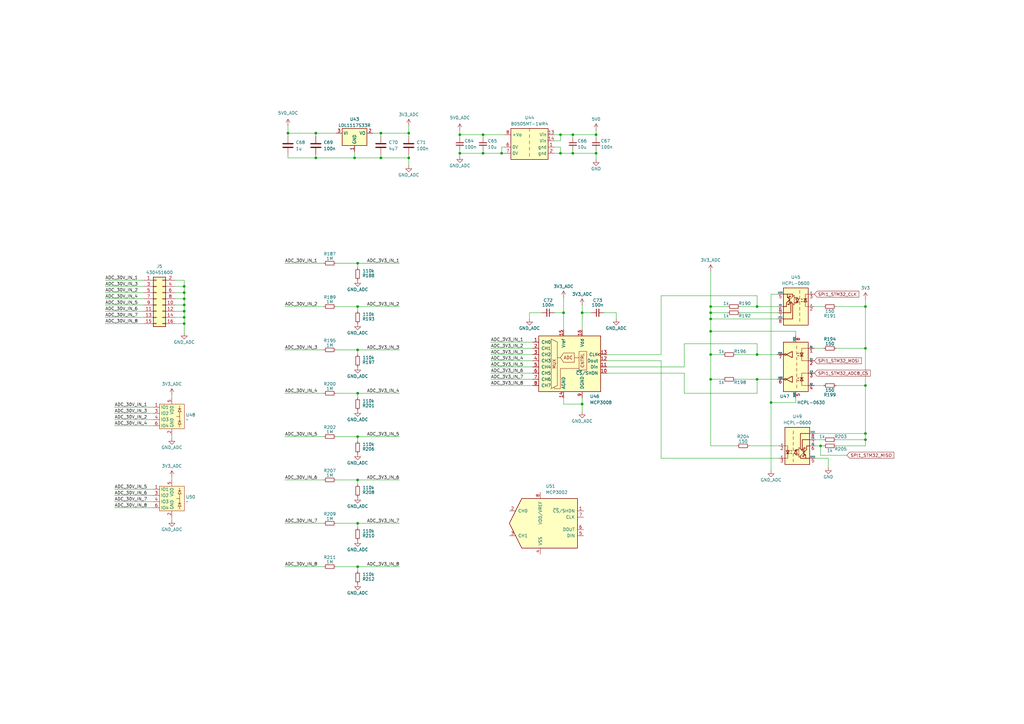
<source format=kicad_sch>
(kicad_sch (version 20231120) (generator "eeschema") (generator_version "8.0")
  (paper "A3")
  (lib_symbols
    (symbol "Analog_ADC:MCP3002" (pin_names (offset 1.016))
      (property "Reference" "U" (at -6.35 11.43 0))
      (property "Value" "MCP3002" (at 11.43 11.43 0))
      (symbol "MCP3002_0_1"
        (polyline (pts (xy 15.24 10.16) (xy -7.62 10.16) (xy -12.7 0) (xy -7.62 -10.16) (xy 15.24 -10.16) (xy 15.24 10.16)) (stroke (width 0.254)) (fill (type background)))
      )
      (symbol "MCP3002_1_1"
        (pin input line (at 17.78 5.08 180) (length 2.54) (name "~{CS}/SHDN") (number "1"))
        (pin passive line (at -12.7 5.08 0) (length 2.54) (name "CH0") (number "2"))
        (pin passive line (at -12.7 -5.08 0) (length 2.54) (name "CH1") (number "3"))
        (pin power_in line (at 0 -12.7 90) (length 2.54) (name "VSS") (number "4"))
        (pin input line (at 17.78 -5.08 180) (length 2.54) (name "DIN") (number "5"))
        (pin output line (at 17.78 -2.54 180) (length 2.54) (name "DOUT") (number "6"))
        (pin input line (at 17.78 2.54 180) (length 2.54) (name "CLK") (number "7"))
        (pin power_in line (at 0 12.7 270) (length 2.54) (name "VDD/VREF") (number "8"))
      )
    )
    (symbol "Analog_ADC:MCP3008" (pin_names (offset 1.016))
      (property "Reference" "U" (at -5.08 13.335 0))
      (property "Value" "MCP3008" (at -5.08 11.43 0))
      (symbol "MCP3008_0_0"
        (text "ADC" (at -0.635 1.27 0) (effects (font (size 1.27 1.27))))
        (text "CNTRL" (at 5.969 -2.921 900) (effects (font (size 1.27 1.27)) (justify left bottom)))
        (text "MUX" (at -6.35 -1.27 900) (effects (font (size 1.27 1.27))))
      )
      (symbol "MCP3008_0_1"
        (polyline (pts (xy -3.81 1.27) (xy -5.08 1.27)))
        (polyline (pts (xy 1.905 1.27) (xy 3.81 1.27)))
        (polyline (pts (xy -7.62 8.89) (xy -7.62 -11.43) (xy -5.08 -10.16) (xy -5.08 7.62) (xy -7.62 8.89)))
        (polyline (pts (xy 3.81 -3.175) (xy -3.81 -3.175) (xy -3.81 -11.43) (xy -6.35 -11.43) (xy -6.35 -10.795)))
        (polyline (pts (xy 1.905 3.175) (xy 1.905 -0.635) (xy -2.54 -0.635) (xy -3.81 1.27) (xy -2.54 3.175) (xy 1.905 3.175)))
        (rectangle (start 3.81 -3.81) (end 6.985 3.81))
        (rectangle (start 12.7 -12.7) (end -12.7 10.16) (stroke (width 0.254)) (fill (type background)))
      )
      (symbol "MCP3008_1_1"
        (pin input line (at -15.24 7.62 0) (length 2.54) (name "CH0") (number "1"))
        (pin input line (at 15.24 -5.08 180) (length 2.54) (name "~{CS}/SHDN") (number "10"))
        (pin input line (at 15.24 -2.54 180) (length 2.54) (name "Din") (number "11"))
        (pin output line (at 15.24 0 180) (length 2.54) (name "Dout") (number "12"))
        (pin input clock (at 15.24 2.54 180) (length 2.54) (name "CLK") (number "13"))
        (pin power_in line (at -2.54 -15.24 90) (length 2.54) (name "AGND") (number "14"))
        (pin power_in line (at -2.54 12.7 270) (length 2.54) (name "Vref") (number "15"))
        (pin power_in line (at 5.08 12.7 270) (length 2.54) (name "Vdd") (number "16"))
        (pin input line (at -15.24 5.08 0) (length 2.54) (name "CH1") (number "2"))
        (pin input line (at -15.24 2.54 0) (length 2.54) (name "CH2") (number "3"))
        (pin input line (at -15.24 0 0) (length 2.54) (name "CH3") (number "4"))
        (pin input line (at -15.24 -2.54 0) (length 2.54) (name "CH4") (number "5"))
        (pin input line (at -15.24 -5.08 0) (length 2.54) (name "CH5") (number "6"))
        (pin input line (at -15.24 -7.62 0) (length 2.54) (name "CH6") (number "7"))
        (pin input line (at -15.24 -10.16 0) (length 2.54) (name "CH7") (number "8"))
        (pin power_in line (at 5.08 -15.24 90) (length 2.54) (name "DGND") (number "9"))
      )
    )
    (symbol "Connector_Generic:Conn_02x08_Odd_Even" (pin_names (offset 1.016) hide)
      (property "Reference" "J" (at 1.27 10.16 0))
      (property "Value" "Conn_02x08_Odd_Even" (at 1.27 -12.7 0))
      (symbol "Conn_02x08_Odd_Even_1_1"
        (rectangle (start -1.27 -10.033) (end 0 -10.287) (stroke (width 0.1524)))
        (rectangle (start -1.27 -7.493) (end 0 -7.747) (stroke (width 0.1524)))
        (rectangle (start -1.27 -4.953) (end 0 -5.207) (stroke (width 0.1524)))
        (rectangle (start -1.27 -2.413) (end 0 -2.667) (stroke (width 0.1524)))
        (rectangle (start -1.27 0.127) (end 0 -0.127) (stroke (width 0.1524)))
        (rectangle (start -1.27 2.667) (end 0 2.413) (stroke (width 0.1524)))
        (rectangle (start -1.27 5.207) (end 0 4.953) (stroke (width 0.1524)))
        (rectangle (start -1.27 7.747) (end 0 7.493) (stroke (width 0.1524)))
        (rectangle (start -1.27 8.89) (end 3.81 -11.43) (stroke (width 0.254)) (fill (type background)))
        (rectangle (start 3.81 -10.033) (end 2.54 -10.287) (stroke (width 0.1524)))
        (rectangle (start 3.81 -7.493) (end 2.54 -7.747) (stroke (width 0.1524)))
        (rectangle (start 3.81 -4.953) (end 2.54 -5.207) (stroke (width 0.1524)))
        (rectangle (start 3.81 -2.413) (end 2.54 -2.667) (stroke (width 0.1524)))
        (rectangle (start 3.81 0.127) (end 2.54 -0.127) (stroke (width 0.1524)))
        (rectangle (start 3.81 2.667) (end 2.54 2.413) (stroke (width 0.1524)))
        (rectangle (start 3.81 5.207) (end 2.54 4.953) (stroke (width 0.1524)))
        (rectangle (start 3.81 7.747) (end 2.54 7.493) (stroke (width 0.1524)))
        (pin passive line (at -5.08 7.62 0) (length 3.81) (name "Pin_1") (number "1"))
        (pin passive line (at 7.62 -2.54 180) (length 3.81) (name "Pin_10") (number "10"))
        (pin passive line (at -5.08 -5.08 0) (length 3.81) (name "Pin_11") (number "11"))
        (pin passive line (at 7.62 -5.08 180) (length 3.81) (name "Pin_12") (number "12"))
        (pin passive line (at -5.08 -7.62 0) (length 3.81) (name "Pin_13") (number "13"))
        (pin passive line (at 7.62 -7.62 180) (length 3.81) (name "Pin_14") (number "14"))
        (pin passive line (at -5.08 -10.16 0) (length 3.81) (name "Pin_15") (number "15"))
        (pin passive line (at 7.62 -10.16 180) (length 3.81) (name "Pin_16") (number "16"))
        (pin passive line (at 7.62 7.62 180) (length 3.81) (name "Pin_2") (number "2"))
        (pin passive line (at -5.08 5.08 0) (length 3.81) (name "Pin_3") (number "3"))
        (pin passive line (at 7.62 5.08 180) (length 3.81) (name "Pin_4") (number "4"))
        (pin passive line (at -5.08 2.54 0) (length 3.81) (name "Pin_5") (number "5"))
        (pin passive line (at 7.62 2.54 180) (length 3.81) (name "Pin_6") (number "6"))
        (pin passive line (at -5.08 0 0) (length 3.81) (name "Pin_7") (number "7"))
        (pin passive line (at 7.62 0 180) (length 3.81) (name "Pin_8") (number "8"))
        (pin passive line (at -5.08 -2.54 0) (length 3.81) (name "Pin_9") (number "9"))
      )
    )
    (symbol "Device:C" (pin_numbers hide) (pin_names (offset 0.254))
      (property "Reference" "C" (at 0.635 2.54 0))
      (property "Value" "C" (at 0.635 -2.54 0))
      (symbol "C_0_1"
        (polyline (pts (xy -2.032 -0.762) (xy 2.032 -0.762)) (stroke (width 0.508)))
        (polyline (pts (xy -2.032 0.762) (xy 2.032 0.762)) (stroke (width 0.508)))
      )
      (symbol "C_1_1"
        (pin passive line (at 0 3.81 270) (length 2.794) (name "~") (number "1"))
        (pin passive line (at 0 -3.81 90) (length 2.794) (name "~") (number "2"))
      )
    )
    (symbol "Device:C_Small" (pin_numbers hide) (pin_names (offset 0.254) hide)
      (property "Reference" "C" (at 0.254 1.778 0))
      (property "Value" "C_Small" (at 0.254 -2.032 0))
      (symbol "C_Small_0_1"
        (polyline (pts (xy -1.524 -0.508) (xy 1.524 -0.508)) (stroke (width 0.3302)))
        (polyline (pts (xy -1.524 0.508) (xy 1.524 0.508)) (stroke (width 0.3048)))
      )
      (symbol "C_Small_1_1"
        (pin passive line (at 0 2.54 270) (length 2.032) (name "~") (number "1"))
        (pin passive line (at 0 -2.54 90) (length 2.032) (name "~") (number "2"))
      )
    )
    (symbol "Device:R_Small" (pin_numbers hide) (pin_names (offset 0.254) hide)
      (property "Reference" "R" (at 0.762 0.508 0))
      (property "Value" "R_Small" (at 0.762 -1.016 0))
      (symbol "R_Small_0_1"
        (rectangle (start -0.762 1.778) (end 0.762 -1.778) (stroke (width 0.2032)))
      )
      (symbol "R_Small_1_1"
        (pin passive line (at 0 2.54 270) (length 0.762) (name "~") (number "1"))
        (pin passive line (at 0 -2.54 90) (length 0.762) (name "~") (number "2"))
      )
    )
    (symbol "GND_1" (power) (pin_numbers hide) (pin_names (offset 0) hide)
      (property "Value" "GND" (at 0 -3.81 0))
      (symbol "GND_1_0_1"
        (polyline (pts (xy 0 0) (xy 0 -1.27) (xy 1.27 -1.27) (xy 0 -2.54) (xy -1.27 -1.27) (xy 0 -1.27)))
      )
      (symbol "GND_1_1_1"
        (pin power_in line (at 0 0 270) (length 0) (name "~") (number "1"))
      )
    )
    (symbol "ISO1050DUB_1"
      (property "Reference" "U4" (at 0 9.525 0))
      (property "Value" "ISO1050DUB" (at 0 6.985 0))
      (symbol "ISO1050DUB_1_0_1"
        (rectangle (start -7.62 5.08) (end 7.62 -7.62) (stroke (width 0.254)) (fill (type background)))
        (polyline (pts (xy 0 -5.08) (xy 0 -6.35)))
        (polyline (pts (xy 0 -2.54) (xy 0 -3.81)))
        (polyline (pts (xy 0 0) (xy 0 -1.27)))
        (polyline (pts (xy 0 2.54) (xy 0 1.27)))
        (polyline (pts (xy 0 5.08) (xy 0 3.81)))
      )
      (symbol "ISO1050DUB_1_1_1"
        (pin input line (at -10.16 -2.54 0) (length 2.54) (name "gnd") (number "1"))
        (pin power_in line (at -10.16 2.54 0) (length 2.54) (name "Vin") (number "13"))
        (pin output line (at -10.16 0 0) (length 2.54) (name "Vin") (number "14"))
        (pin power_in line (at -10.16 -5.08 0) (length 2.54) (name "gnd") (number "2"))
        (pin power_in line (at 10.16 -2.54 180) (length 2.54) (name "0V") (number "6"))
        (pin power_in line (at 10.16 -5.08 180) (length 2.54) (name "0V") (number "7"))
        (pin bidirectional line (at 10.16 2.54 180) (length 2.54) (name "+Vo") (number "8"))
      )
    )
    (symbol "Isolator:HCPL-0600" (pin_names (offset 0))
      (property "Reference" "U" (at -4.064 8.89 0))
      (property "Value" "HCPL-0600" (at 0.254 -9.144 0))
      (symbol "HCPL-0600_0_1"
        (polyline (pts (xy 2.667 -3.556) (xy 2.667 -1.651)) (stroke (width 0.254)))
        (polyline (pts (xy 2.667 -2.159) (xy 2.667 -2.921)) (stroke (width 0.254)))
        (polyline (pts (xy 3.429 -3.937) (xy 3.429 -5.08)) (stroke (width 0.254)))
        (polyline (pts (xy -0.635 -3.302) (xy -0.635 -3.683) (xy 0.635 -3.683)) (stroke (width 0.254)))
        (polyline (pts (xy -0.635 -1.905) (xy -0.635 -1.524) (xy 0.508 -1.524)) (stroke (width 0.254)))
        (polyline (pts (xy 1.27 -4.064) (xy 1.27 -5.08) (xy 5.08 -5.08)) (stroke (width 0.254)))
        (polyline (pts (xy 1.27 -1.27) (xy 1.27 5.08) (xy 5.08 5.08)) (stroke (width 0.254)))
        (polyline (pts (xy 2.032 -1.27) (xy 2.032 2.54) (xy 5.08 2.54)) (stroke (width 0.254)))
        (polyline (pts (xy -5.08 -5.08) (xy -3.937 -5.08) (xy -3.937 0) (xy -5.08 0)))
        (polyline (pts (xy 2.667 -3.302) (xy 2.667 -4.318) (xy 2.159 -4.318) (xy 2.159 -3.937)) (stroke (width 0.254)))
        (polyline (pts (xy 2.667 -2.667) (xy 0.635 -4.699) (xy 0.635 -0.635) (xy 2.667 -2.667)))
        (polyline (pts (xy 2.667 -1.778) (xy 2.667 -0.762) (xy 3.175 -0.762) (xy 3.175 -1.143)) (stroke (width 0.254)))
        (polyline (pts (xy 2.794 -2.54) (xy 3.81 -1.524) (xy 3.81 0) (xy 5.08 0)) (stroke (width 0.254)))
        (polyline (pts (xy 2.667 -3.175) (xy 3.429 -3.937) (xy 3.302 -3.556) (xy 3.048 -3.81) (xy 3.429 -3.937)) (stroke (width 0.254)))
        (circle (center 2.032 -1.524) (radius 0.254) (stroke (width 0.254)))
      )
      (symbol "HCPL-0600_1_1"
        (rectangle (start -5.08 7.62) (end 5.08 -7.62) (stroke (width 0.254)) (fill (type background)))
        (polyline (pts (xy -4.572 -3.175) (xy -3.302 -3.175)) (stroke (width 0.254)))
        (polyline (pts (xy -1.651 -5.334) (xy -1.651 -6.604)))
        (polyline (pts (xy -1.651 -3.048) (xy -1.651 -4.318)))
        (polyline (pts (xy -1.651 -0.762) (xy -1.651 -2.032)))
        (polyline (pts (xy -1.651 1.524) (xy -1.651 0.254)))
        (polyline (pts (xy -1.651 3.81) (xy -1.651 2.54)))
        (polyline (pts (xy -1.651 6.096) (xy -1.651 4.826)))
        (polyline (pts (xy -1.27 -1.905) (xy 0 -1.905)) (stroke (width 0.254)))
        (polyline (pts (xy -3.937 -3.175) (xy -4.572 -1.905) (xy -3.302 -1.905) (xy -3.937 -3.175)) (stroke (width 0.254)))
        (polyline (pts (xy -0.635 -1.905) (xy -1.27 -3.175) (xy 0 -3.175) (xy -0.635 -1.905)) (stroke (width 0.254)))
        (polyline (pts (xy -2.921 -3.048) (xy -2.159 -3.048) (xy -2.54 -3.175) (xy -2.54 -2.921) (xy -2.159 -3.048)) (stroke (width 0.127)))
        (polyline (pts (xy -2.921 -2.032) (xy -2.159 -2.032) (xy -2.54 -2.159) (xy -2.54 -1.905) (xy -2.159 -2.032)) (stroke (width 0.127)))
        (pin no_connect line (at -5.08 5.08 0) (length 2.54) hide (name "NC") (number "1"))
        (pin passive line (at -7.62 0 0) (length 2.54) (name "A") (number "2"))
        (pin passive line (at -7.62 -5.08 0) (length 2.54) (name "C") (number "3"))
        (pin power_in line (at 7.62 -5.08 180) (length 2.54) (name "GND") (number "5"))
        (pin open_collector line (at 7.62 0 180) (length 2.54) (name "VO") (number "6"))
        (pin input line (at 7.62 2.54 180) (length 2.54) (name "EN") (number "7"))
        (pin power_in line (at 7.62 5.08 180) (length 2.54) (name "VCC") (number "8"))
      )
    )
    (symbol "Isolator:HCPL-0630" (pin_names (offset 0))
      (property "Reference" "U" (at -4.064 11.43 0))
      (property "Value" "HCPL-0630" (at 7.874 11.43 0))
      (symbol "HCPL-0630_0_1"
        (rectangle (start -5.08 10.16) (end 5.08 -10.16) (stroke (width 0.254)) (fill (type background)))
      )
      (symbol "HCPL-0630_1_1"
        (polyline (pts (xy -3.048 -4.445) (xy -1.778 -4.445)) (stroke (width 0.254)))
        (polyline (pts (xy -3.048 4.445) (xy -1.778 4.445)) (stroke (width 0.254)))
        (polyline (pts (xy -0.381 -7.366) (xy -0.381 -8.636)))
        (polyline (pts (xy -0.381 -5.08) (xy -0.381 -6.35)))
        (polyline (pts (xy -0.381 -2.794) (xy -0.381 -4.064)))
        (polyline (pts (xy -0.381 -0.508) (xy -0.381 -1.778)))
        (polyline (pts (xy -0.381 1.778) (xy -0.381 0.508)))
        (polyline (pts (xy -0.381 4.064) (xy -0.381 2.794)))
        (polyline (pts (xy -0.381 6.35) (xy -0.381 5.08)))
        (polyline (pts (xy -0.381 8.636) (xy -0.381 7.366)))
        (polyline (pts (xy 4.699 -5.08) (xy 5.207 -5.08)) (stroke (width 0.254)))
        (polyline (pts (xy 4.699 5.08) (xy 5.334 5.08)) (stroke (width 0.254)))
        (polyline (pts (xy -4.953 -7.62) (xy -2.413 -7.62) (xy -2.413 -5.715)))
        (polyline (pts (xy -4.953 7.62) (xy -2.413 7.62) (xy -2.413 4.318)))
        (polyline (pts (xy -2.413 -5.842) (xy -2.413 -2.54) (xy -4.953 -2.54)))
        (polyline (pts (xy -2.413 4.445) (xy -2.413 2.54) (xy -4.953 2.54)))
        (polyline (pts (xy -2.413 -4.445) (xy -3.048 -5.715) (xy -1.778 -5.715) (xy -2.413 -4.445)) (stroke (width 0.254)))
        (polyline (pts (xy -2.413 4.445) (xy -3.048 5.715) (xy -1.778 5.715) (xy -2.413 4.445)) (stroke (width 0.254)))
        (polyline (pts (xy 3.937 -5.08) (xy 1.397 -3.81) (xy 1.397 -6.35) (xy 3.937 -5.08)) (stroke (width 0.254)))
        (polyline (pts (xy 3.937 5.08) (xy 1.397 6.35) (xy 1.397 3.81) (xy 3.937 5.08)) (stroke (width 0.254)))
        (polyline (pts (xy -1.397 -5.588) (xy -0.635 -5.588) (xy -1.016 -5.715) (xy -1.016 -5.461) (xy -0.635 -5.588)) (stroke (width 0.127)))
        (polyline (pts (xy -1.397 -4.572) (xy -0.635 -4.572) (xy -1.016 -4.699) (xy -1.016 -4.445) (xy -0.635 -4.572)) (stroke (width 0.127)))
        (polyline (pts (xy -1.397 4.572) (xy -0.635 4.572) (xy -1.016 4.445) (xy -1.016 4.699) (xy -0.635 4.572)) (stroke (width 0.127)))
        (polyline (pts (xy -1.397 5.588) (xy -0.635 5.588) (xy -1.016 5.461) (xy -1.016 5.715) (xy -0.635 5.588)) (stroke (width 0.127)))
        (circle (center 4.318 -5.08) (radius 0.3556) (stroke (width 0.254)))
        (circle (center 4.318 5.08) (radius 0.3556) (stroke (width 0.254)))
        (pin passive line (at -7.62 7.62 0) (length 2.54) (name "A1") (number "1"))
        (pin passive line (at -7.62 2.54 0) (length 2.54) (name "C1") (number "2"))
        (pin passive line (at -7.62 -2.54 0) (length 2.54) (name "C2") (number "3"))
        (pin passive line (at -7.62 -7.62 0) (length 2.54) (name "A2") (number "4"))
        (pin power_in line (at 0 -12.7 90) (length 2.54) (name "GND") (number "5"))
        (pin open_collector line (at 7.62 -5.08 180) (length 2.54) (name "VO2") (number "6"))
        (pin open_collector line (at 7.62 5.08 180) (length 2.54) (name "VO1") (number "7"))
        (pin power_in line (at 0 12.7 270) (length 2.54) (name "VCC") (number "8"))
      )
    )
    (symbol "Regulator_Linear:LD1117S33TR_SOT223"
      (property "Reference" "U" (at -3.81 3.175 0))
      (property "Value" "LD1117S33TR_SOT223" (at 0 3.175 0))
      (symbol "LD1117S33TR_SOT223_0_1"
        (rectangle (start -5.08 -5.08) (end 5.08 1.905) (stroke (width 0.254)) (fill (type background)))
      )
      (symbol "LD1117S33TR_SOT223_1_1"
        (pin power_in line (at 0 -7.62 90) (length 2.54) (name "GND") (number "1"))
        (pin power_out line (at 7.62 0 180) (length 2.54) (name "VO") (number "2"))
        (pin power_in line (at -7.62 0 0) (length 2.54) (name "VI") (number "3"))
      )
    )
    (symbol "power:+5V" (power) (pin_numbers hide) (pin_names (offset 0) hide)
      (property "Value" "+5V" (at 0 3.556 0))
      (symbol "+5V_0_1"
        (polyline (pts (xy -0.762 1.27) (xy 0 2.54)))
        (polyline (pts (xy 0 0) (xy 0 2.54)))
        (polyline (pts (xy 0 2.54) (xy 0.762 1.27)))
      )
      (symbol "+5V_1_1"
        (pin power_in line (at 0 0 90) (length 0) (name "~") (number "1"))
      )
    )
    (symbol "power:GND" (power) (pin_names (offset 0))
      (property "Value" "GND" (at 0 -3.81 0))
      (symbol "GND_0_1"
        (polyline (pts (xy 0 0) (xy 0 -1.27) (xy 1.27 -1.27) (xy 0 -2.54) (xy -1.27 -1.27) (xy 0 -1.27)))
      )
      (symbol "GND_1_1"
        (pin power_in line (at 0 0 270) (length 0) hide (name "GND") (number "1"))
      )
    )
    (symbol "user_lib:IP4220"
      (property "Reference" "U" (at 4.572 -7.366 0))
      (symbol "IP4220_1_1"
        (rectangle (start -5.08 5.08) (end 5.08 -5.08) (fill (type background)))
        (polyline (pts (xy 2.54 -3.175) (xy 3.175 -1.905)))
        (polyline (pts (xy 2.54 -1.905) (xy 3.81 -1.905)))
        (polyline (pts (xy 2.54 1.905) (xy 3.175 3.175)))
        (polyline (pts (xy 2.54 3.175) (xy 3.81 3.175)))
        (polyline (pts (xy 3.175 -3.175) (xy 3.175 -4.445)))
        (polyline (pts (xy 3.175 -1.905) (xy 3.81 -3.175)))
        (polyline (pts (xy 3.175 0) (xy 1.905 0)))
        (polyline (pts (xy 3.175 0) (xy 3.175 -1.905)))
        (polyline (pts (xy 3.175 1.905) (xy 3.175 0)))
        (polyline (pts (xy 3.175 3.175) (xy 3.81 1.905)))
        (polyline (pts (xy 3.175 4.445) (xy 3.175 3.175)))
        (polyline (pts (xy 3.81 -3.175) (xy 2.54 -3.175)))
        (polyline (pts (xy 3.81 1.905) (xy 2.54 1.905)))
        (pin input line (at -7.62 3.81 0) (length 2.54) (name "IO1") (number "1"))
        (pin input line (at 0 -7.62 90) (length 2.54) (name "GND") (number "2"))
        (pin input line (at -7.62 1.27 0) (length 2.54) (name "IO2") (number "3"))
        (pin input line (at -7.62 -1.27 0) (length 2.54) (name "IO3") (number "4"))
        (pin input line (at 0 7.62 270) (length 2.54) (name "VDD") (number "5"))
        (pin input line (at -7.62 -3.81 0) (length 2.54) (name "IO4") (number "6"))
      )
    )
  )
  (junction (at 146.685 179.07))
  (junction (at 75.565 125.095))
  (junction (at 316.23 165.1))
  (junction (at 354.965 177.8))
  (junction (at 354.965 180.34))
  (junction (at 354.965 125.73))
  (junction (at 354.965 142.875))
  (junction (at 146.685 107.95))
  (junction (at 291.465 128.27))
  (junction (at 198.12 55.245))
  (junction (at 146.685 161.29))
  (junction (at 146.685 125.73))
  (junction (at 75.565 120.015))
  (junction (at 75.565 127.635))
  (junction (at 229.87 62.865))
  (junction (at 75.565 122.555))
  (junction (at 75.565 117.475))
  (junction (at 198.12 62.865))
  (junction (at 238.76 128.27))
  (junction (at 234.95 55.245))
  (junction (at 188.595 62.865))
  (junction (at 145.415 64.77))
  (junction (at 156.21 64.77))
  (junction (at 146.685 214.63))
  (junction (at 291.465 125.73))
  (junction (at 310.515 145.415))
  (junction (at 234.95 62.865))
  (junction (at 129.54 54.61))
  (junction (at 146.685 232.41))
  (junction (at 156.21 54.61))
  (junction (at 354.965 158.115))
  (junction (at 231.14 128.27))
  (junction (at 336.55 182.88))
  (junction (at 205.74 62.865))
  (junction (at 188.595 55.245))
  (junction (at 75.565 132.715))
  (junction (at 167.64 64.77))
  (junction (at 238.76 165.735))
  (junction (at 291.465 135.89))
  (junction (at 310.515 125.73))
  (junction (at 75.565 130.175))
  (junction (at 291.465 130.81))
  (junction (at 146.685 143.51))
  (junction (at 244.475 55.245))
  (junction (at 118.11 54.61))
  (junction (at 310.515 155.575))
  (junction (at 244.475 62.865))
  (junction (at 291.465 155.575))
  (junction (at 167.64 54.61))
  (junction (at 291.465 145.415))
  (junction (at 146.685 196.85))
  (junction (at 229.87 55.245))
  (junction (at 129.54 64.77))
  (wire (pts (xy 218.44 140.335) (xy 201.295 140.335)))
  (wire (pts (xy 129.54 64.77) (xy 145.415 64.77)))
  (wire (pts (xy 310.515 155.575) (xy 310.515 161.29)))
  (wire (pts (xy 137.795 107.95) (xy 146.685 107.95)))
  (wire (pts (xy 342.9 142.875) (xy 354.965 142.875)))
  (wire (pts (xy 188.595 62.865) (xy 198.12 62.865)))
  (wire (pts (xy 43.18 125.095) (xy 59.055 125.095)))
  (wire (pts (xy 146.685 161.29) (xy 163.83 161.29)))
  (wire (pts (xy 316.23 120.65) (xy 316.23 165.1)))
  (wire (pts (xy 247.65 128.27) (xy 252.73 128.27)))
  (wire (pts (xy 244.475 53.34) (xy 244.475 55.245)))
  (wire (pts (xy 116.84 107.95) (xy 132.715 107.95)))
  (wire (pts (xy 71.755 114.935) (xy 75.565 114.935)))
  (wire (pts (xy 46.99 203.2) (xy 62.865 203.2)))
  (wire (pts (xy 43.18 130.175) (xy 59.055 130.175)))
  (wire (pts (xy 222.25 128.27) (xy 217.17 128.27)))
  (wire (pts (xy 303.53 128.27) (xy 318.77 128.27)))
  (wire (pts (xy 234.95 55.245) (xy 234.95 56.515)))
  (wire (pts (xy 291.465 128.27) (xy 291.465 125.73)))
  (wire (pts (xy 319.405 187.96) (xy 271.145 187.96)))
  (wire (pts (xy 280.67 161.29) (xy 280.67 153.035)))
  (wire (pts (xy 310.515 140.97) (xy 280.67 140.97)))
  (wire (pts (xy 301.625 145.415) (xy 310.515 145.415)))
  (wire (pts (xy 301.625 155.575) (xy 310.515 155.575)))
  (wire (pts (xy 129.54 63.5) (xy 129.54 64.77)))
  (wire (pts (xy 334.01 142.875) (xy 337.82 142.875)))
  (wire (pts (xy 118.11 54.61) (xy 118.11 55.88)))
  (wire (pts (xy 231.14 121.92) (xy 231.14 128.27)))
  (wire (pts (xy 227.33 62.865) (xy 229.87 62.865)))
  (wire (pts (xy 354.965 125.73) (xy 354.965 142.875)))
  (wire (pts (xy 75.565 117.475) (xy 75.565 120.015)))
  (wire (pts (xy 167.64 67.945) (xy 167.64 64.77)))
  (wire (pts (xy 234.95 62.865) (xy 244.475 62.865)))
  (wire (pts (xy 205.74 60.325) (xy 205.74 62.865)))
  (wire (pts (xy 43.18 114.935) (xy 59.055 114.935)))
  (wire (pts (xy 46.99 169.545) (xy 62.865 169.545)))
  (wire (pts (xy 310.515 145.415) (xy 310.515 140.97)))
  (wire (pts (xy 71.755 120.015) (xy 75.565 120.015)))
  (wire (pts (xy 342.9 180.34) (xy 354.965 180.34)))
  (wire (pts (xy 146.685 143.51) (xy 163.83 143.51)))
  (wire (pts (xy 46.99 200.66) (xy 62.865 200.66)))
  (wire (pts (xy 43.18 127.635) (xy 59.055 127.635)))
  (wire (pts (xy 244.475 55.245) (xy 244.475 56.515)))
  (wire (pts (xy 310.515 161.29) (xy 280.67 161.29)))
  (wire (pts (xy 238.76 128.27) (xy 238.76 135.255)))
  (wire (pts (xy 71.755 127.635) (xy 75.565 127.635)))
  (wire (pts (xy 146.685 109.855) (xy 146.685 107.95)))
  (wire (pts (xy 334.645 187.96) (xy 339.725 187.96)))
  (wire (pts (xy 75.565 127.635) (xy 75.565 130.175)))
  (wire (pts (xy 316.23 165.1) (xy 316.23 193.04)))
  (wire (pts (xy 205.74 62.865) (xy 207.01 62.865)))
  (wire (pts (xy 217.17 128.27) (xy 217.17 130.81)))
  (wire (pts (xy 316.23 165.1) (xy 326.39 165.1)))
  (wire (pts (xy 218.44 158.115) (xy 201.295 158.115)))
  (wire (pts (xy 137.795 179.07) (xy 146.685 179.07)))
  (wire (pts (xy 231.14 163.195) (xy 231.14 165.735)))
  (wire (pts (xy 336.55 182.88) (xy 337.82 182.88)))
  (wire (pts (xy 248.92 145.415) (xy 271.145 145.415)))
  (wire (pts (xy 238.76 125.095) (xy 238.76 128.27)))
  (wire (pts (xy 291.465 130.81) (xy 318.77 130.81)))
  (wire (pts (xy 310.515 125.73) (xy 310.515 121.285)))
  (wire (pts (xy 227.33 57.785) (xy 229.87 57.785)))
  (wire (pts (xy 227.33 60.325) (xy 229.87 60.325)))
  (wire (pts (xy 198.12 62.865) (xy 205.74 62.865)))
  (wire (pts (xy 75.565 130.175) (xy 75.565 132.715)))
  (wire (pts (xy 271.145 121.285) (xy 310.515 121.285)))
  (wire (pts (xy 75.565 132.715) (xy 75.565 136.525)))
  (wire (pts (xy 156.21 54.61) (xy 167.64 54.61)))
  (wire (pts (xy 116.84 143.51) (xy 132.715 143.51)))
  (wire (pts (xy 188.595 61.595) (xy 188.595 62.865)))
  (wire (pts (xy 291.465 130.81) (xy 291.465 128.27)))
  (wire (pts (xy 167.64 54.61) (xy 167.64 55.88)))
  (wire (pts (xy 70.485 161.925) (xy 70.485 163.195)))
  (wire (pts (xy 146.685 125.73) (xy 163.83 125.73)))
  (wire (pts (xy 244.475 61.595) (xy 244.475 62.865)))
  (wire (pts (xy 280.67 153.035) (xy 248.92 153.035)))
  (wire (pts (xy 116.84 179.07) (xy 132.715 179.07)))
  (wire (pts (xy 116.84 214.63) (xy 132.715 214.63)))
  (wire (pts (xy 280.67 150.495) (xy 248.92 150.495)))
  (wire (pts (xy 146.685 145.415) (xy 146.685 143.51)))
  (wire (pts (xy 188.595 55.245) (xy 188.595 56.515)))
  (wire (pts (xy 339.725 187.96) (xy 339.725 191.77)))
  (wire (pts (xy 218.44 145.415) (xy 201.295 145.415)))
  (wire (pts (xy 137.795 214.63) (xy 146.685 214.63)))
  (wire (pts (xy 229.87 57.785) (xy 229.87 55.245)))
  (wire (pts (xy 334.645 177.8) (xy 354.965 177.8)))
  (wire (pts (xy 229.87 60.325) (xy 229.87 62.865)))
  (wire (pts (xy 75.565 120.015) (xy 75.565 122.555)))
  (wire (pts (xy 116.84 161.29) (xy 132.715 161.29)))
  (wire (pts (xy 156.21 54.61) (xy 156.21 55.88)))
  (wire (pts (xy 326.39 137.795) (xy 326.39 135.89)))
  (wire (pts (xy 310.515 145.415) (xy 318.77 145.415)))
  (wire (pts (xy 46.99 172.085) (xy 62.865 172.085)))
  (wire (pts (xy 146.685 107.95) (xy 163.83 107.95)))
  (wire (pts (xy 229.87 55.245) (xy 234.95 55.245)))
  (wire (pts (xy 271.145 187.96) (xy 271.145 147.955)))
  (wire (pts (xy 156.21 64.77) (xy 156.21 63.5)))
  (wire (pts (xy 75.565 114.935) (xy 75.565 117.475)))
  (wire (pts (xy 334.01 158.115) (xy 337.82 158.115)))
  (wire (pts (xy 234.95 55.245) (xy 244.475 55.245)))
  (wire (pts (xy 116.84 125.73) (xy 132.715 125.73)))
  (wire (pts (xy 229.87 62.865) (xy 234.95 62.865)))
  (wire (pts (xy 137.795 125.73) (xy 146.685 125.73)))
  (wire (pts (xy 146.685 198.755) (xy 146.685 196.85)))
  (wire (pts (xy 146.685 127.635) (xy 146.685 125.73)))
  (wire (pts (xy 118.11 64.77) (xy 118.11 63.5)))
  (wire (pts (xy 137.795 196.85) (xy 146.685 196.85)))
  (wire (pts (xy 137.795 161.29) (xy 146.685 161.29)))
  (wire (pts (xy 71.755 122.555) (xy 75.565 122.555)))
  (wire (pts (xy 75.565 122.555) (xy 75.565 125.095)))
  (wire (pts (xy 342.9 158.115) (xy 354.965 158.115)))
  (wire (pts (xy 218.44 153.035) (xy 201.295 153.035)))
  (wire (pts (xy 336.55 182.88) (xy 336.55 186.69)))
  (wire (pts (xy 244.475 62.865) (xy 244.475 65.405)))
  (wire (pts (xy 342.9 125.73) (xy 354.965 125.73)))
  (wire (pts (xy 116.84 196.85) (xy 132.715 196.85)))
  (wire (pts (xy 291.465 155.575) (xy 291.465 145.415)))
  (wire (pts (xy 231.14 128.27) (xy 231.14 135.255)))
  (wire (pts (xy 302.26 182.88) (xy 291.465 182.88)))
  (wire (pts (xy 205.74 60.325) (xy 207.01 60.325)))
  (wire (pts (xy 198.12 61.595) (xy 198.12 62.865)))
  (wire (pts (xy 118.11 64.77) (xy 129.54 64.77)))
  (wire (pts (xy 336.55 186.69) (xy 347.345 186.69)))
  (wire (pts (xy 43.18 117.475) (xy 59.055 117.475)))
  (wire (pts (xy 198.12 55.245) (xy 198.12 56.515)))
  (wire (pts (xy 43.18 120.015) (xy 59.055 120.015)))
  (wire (pts (xy 354.965 177.8) (xy 354.965 158.115)))
  (wire (pts (xy 129.54 54.61) (xy 137.795 54.61)))
  (wire (pts (xy 71.755 125.095) (xy 75.565 125.095)))
  (wire (pts (xy 218.44 147.955) (xy 201.295 147.955)))
  (wire (pts (xy 167.64 63.5) (xy 167.64 64.77)))
  (wire (pts (xy 310.515 155.575) (xy 318.77 155.575)))
  (wire (pts (xy 146.685 234.315) (xy 146.685 232.41)))
  (wire (pts (xy 318.77 120.65) (xy 316.23 120.65)))
  (wire (pts (xy 296.545 145.415) (xy 291.465 145.415)))
  (wire (pts (xy 188.595 62.865) (xy 188.595 64.135)))
  (wire (pts (xy 188.595 55.245) (xy 198.12 55.245)))
  (wire (pts (xy 238.76 165.735) (xy 238.76 163.195)))
  (wire (pts (xy 218.44 150.495) (xy 201.295 150.495)))
  (wire (pts (xy 271.145 145.415) (xy 271.145 121.285)))
  (wire (pts (xy 354.965 125.73) (xy 354.965 122.555)))
  (wire (pts (xy 291.465 128.27) (xy 298.45 128.27)))
  (wire (pts (xy 303.53 125.73) (xy 310.515 125.73)))
  (wire (pts (xy 354.965 182.88) (xy 354.965 180.34)))
  (wire (pts (xy 227.33 55.245) (xy 229.87 55.245)))
  (wire (pts (xy 70.485 195.58) (xy 70.485 196.85)))
  (wire (pts (xy 291.465 135.89) (xy 291.465 130.81)))
  (wire (pts (xy 116.84 232.41) (xy 132.715 232.41)))
  (wire (pts (xy 231.14 165.735) (xy 238.76 165.735)))
  (wire (pts (xy 238.76 128.27) (xy 242.57 128.27)))
  (wire (pts (xy 145.415 64.77) (xy 156.21 64.77)))
  (wire (pts (xy 145.415 64.77) (xy 145.415 62.23)))
  (wire (pts (xy 153.035 54.61) (xy 156.21 54.61)))
  (wire (pts (xy 146.685 180.975) (xy 146.685 179.07)))
  (wire (pts (xy 46.99 174.625) (xy 62.865 174.625)))
  (wire (pts (xy 310.515 125.73) (xy 318.77 125.73)))
  (wire (pts (xy 137.795 232.41) (xy 146.685 232.41)))
  (wire (pts (xy 156.21 64.77) (xy 167.64 64.77)))
  (wire (pts (xy 46.99 167.005) (xy 62.865 167.005)))
  (wire (pts (xy 291.465 125.73) (xy 298.45 125.73)))
  (wire (pts (xy 71.755 117.475) (xy 75.565 117.475)))
  (wire (pts (xy 118.11 51.435) (xy 118.11 54.61)))
  (wire (pts (xy 70.485 212.09) (xy 70.485 213.36)))
  (wire (pts (xy 118.11 54.61) (xy 129.54 54.61)))
  (wire (pts (xy 231.14 128.27) (xy 227.33 128.27)))
  (wire (pts (xy 146.685 196.85) (xy 163.83 196.85)))
  (wire (pts (xy 326.39 165.1) (xy 326.39 163.195)))
  (wire (pts (xy 334.01 125.73) (xy 337.82 125.73)))
  (wire (pts (xy 234.95 61.595) (xy 234.95 62.865)))
  (wire (pts (xy 271.145 147.955) (xy 248.92 147.955)))
  (wire (pts (xy 342.9 182.88) (xy 354.965 182.88)))
  (wire (pts (xy 71.755 132.715) (xy 75.565 132.715)))
  (wire (pts (xy 334.645 182.88) (xy 336.55 182.88)))
  (wire (pts (xy 146.685 232.41) (xy 163.83 232.41)))
  (wire (pts (xy 146.685 163.195) (xy 146.685 161.29)))
  (wire (pts (xy 291.465 125.73) (xy 291.465 111.125)))
  (wire (pts (xy 43.18 122.555) (xy 59.055 122.555)))
  (wire (pts (xy 307.34 182.88) (xy 319.405 182.88)))
  (wire (pts (xy 280.67 140.97) (xy 280.67 150.495)))
  (wire (pts (xy 46.99 208.28) (xy 62.865 208.28)))
  (wire (pts (xy 70.485 178.435) (xy 70.485 179.705)))
  (wire (pts (xy 137.795 143.51) (xy 146.685 143.51)))
  (wire (pts (xy 291.465 182.88) (xy 291.465 155.575)))
  (wire (pts (xy 146.685 214.63) (xy 163.83 214.63)))
  (wire (pts (xy 75.565 125.095) (xy 75.565 127.635)))
  (wire (pts (xy 167.64 51.435) (xy 167.64 54.61)))
  (wire (pts (xy 252.73 128.27) (xy 252.73 130.81)))
  (wire (pts (xy 334.645 180.34) (xy 337.82 180.34)))
  (wire (pts (xy 188.595 53.34) (xy 188.595 55.245)))
  (wire (pts (xy 326.39 135.89) (xy 291.465 135.89)))
  (wire (pts (xy 218.44 155.575) (xy 201.295 155.575)))
  (wire (pts (xy 43.18 132.715) (xy 59.055 132.715)))
  (wire (pts (xy 291.465 145.415) (xy 291.465 135.89)))
  (wire (pts (xy 296.545 155.575) (xy 291.465 155.575)))
  (wire (pts (xy 354.965 142.875) (xy 354.965 158.115)))
  (wire (pts (xy 146.685 216.535) (xy 146.685 214.63)))
  (wire (pts (xy 46.99 205.74) (xy 62.865 205.74)))
  (wire (pts (xy 354.965 180.34) (xy 354.965 177.8)))
  (wire (pts (xy 129.54 54.61) (xy 129.54 55.88)))
  (wire (pts (xy 71.755 130.175) (xy 75.565 130.175)))
  (wire (pts (xy 198.12 55.245) (xy 207.01 55.245)))
  (wire (pts (xy 146.685 179.07) (xy 163.83 179.07)))
  (wire (pts (xy 238.76 165.735) (xy 238.76 168.91)))
  (wire (pts (xy 218.44 142.875) (xy 201.295 142.875)))
  (label "ADC_3V3_IN_8" (at 201.295 158.115 0))
  (label "ADC_30V_IN_2" (at 43.18 120.015 0))
  (label "ADC_30V_IN_7" (at 116.84 214.63 0))
  (label "ADC_3V3_IN_3" (at 163.83 143.51 180))
  (label "ADC_30V_IN_1" (at 116.84 107.95 0))
  (label "ADC_3V3_IN_5" (at 163.83 179.07 180))
  (label "ADC_30V_IN_6" (at 46.99 203.2 0))
  (label "ADC_3V3_IN_4" (at 201.295 147.955 0))
  (label "ADC_30V_IN_7" (at 46.99 205.74 0))
  (label "ADC_3V3_IN_1" (at 201.295 140.335 0))
  (label "ADC_3V3_IN_1" (at 163.83 107.95 180))
  (label "ADC_30V_IN_8" (at 116.84 232.41 0))
  (label "ADC_30V_IN_5" (at 46.99 200.66 0))
  (label "ADC_30V_IN_5" (at 116.84 179.07 0))
  (label "ADC_30V_IN_8" (at 46.99 208.28 0))
  (label "ADC_30V_IN_3" (at 43.18 117.475 0))
  (label "ADC_30V_IN_4" (at 116.84 161.29 0))
  (label "ADC_3V3_IN_8" (at 163.83 232.41 180))
  (label "ADC_30V_IN_2" (at 116.84 125.73 0))
  (label "ADC_3V3_IN_3" (at 201.295 145.415 0))
  (label "ADC_3V3_IN_4" (at 163.83 161.29 180))
  (label "ADC_30V_IN_3" (at 116.84 143.51 0))
  (label "ADC_30V_IN_4" (at 43.18 122.555 0))
  (label "ADC_30V_IN_1" (at 46.99 167.005 0))
  (label "ADC_3V3_IN_7" (at 201.295 155.575 0))
  (label "ADC_3V3_IN_6" (at 201.295 153.035 0))
  (label "ADC_3V3_IN_2" (at 201.295 142.875 0))
  (label "ADC_3V3_IN_2" (at 163.83 125.73 180))
  (label "ADC_30V_IN_1" (at 43.18 114.935 0))
  (label "ADC_30V_IN_7" (at 43.18 130.175 0))
  (label "ADC_30V_IN_6" (at 116.84 196.85 0))
  (label "ADC_30V_IN_5" (at 43.18 125.095 0))
  (label "ADC_30V_IN_2" (at 46.99 172.085 0))
  (label "ADC_30V_IN_6" (at 43.18 127.635 0))
  (label "ADC_30V_IN_3" (at 46.99 169.545 0))
  (label "ADC_3V3_IN_7" (at 163.83 214.63 180))
  (label "ADC_3V3_IN_5" (at 201.295 150.495 0))
  (label "ADC_3V3_IN_6" (at 163.83 196.85 180))
  (label "ADC_30V_IN_8" (at 43.18 132.715 0))
  (label "ADC_30V_IN_4" (at 46.99 174.625 0))
  (global_label "SPI1_STM32_MISO" (shape input) (at 347.345 186.69 0) (property "Intersheetrefs" "${INTERSHEET_REFS}" (effects (hide yes))))
  (global_label "SPI1_STM32_CLK" (shape input) (at 334.01 120.65 0) (property "Intersheetrefs" "${INTERSHEET_REFS}" (effects (hide yes))))
  (global_label "SPI1_STM32_MOSI" (shape input) (at 334.01 147.955 0) (property "Intersheetrefs" "${INTERSHEET_REFS}" (effects (hide yes))))
  (global_label "SPI1_STM32_ADC8_CS" (shape input) (at 334.01 153.035 0) (property "Intersheetrefs" "${INTERSHEET_REFS}" (effects (hide yes))))
  (symbol (lib_id "Device:R_Small") (at 146.685 112.395 180) (unit 1)
    (property "Reference" "R188" (at 151.13 113.03 0))
    (property "Value" "110k" (at 151.13 111.125 0))
    (property "Description" "Resistor, small symbol" (effects (hide yes)))
  )
  (symbol (lib_id "Device:R_Small") (at 300.99 128.27 90) (unit 1)
    (property "Reference" "R192" (at 305.435 129.54 90))
    (property "Value" "1k" (at 297.815 129.54 90))
    (property "Description" "Resistor, small symbol" (effects (hide yes)))
  )
  (symbol (lib_id "Device:R_Small") (at 146.685 183.515 180) (unit 1)
    (property "Reference" "R206" (at 151.13 184.15 0))
    (property "Value" "110k" (at 151.13 182.245 0))
    (property "Description" "Resistor, small symbol" (effects (hide yes)))
  )
  (symbol (lib_id "power:+5V") (at 70.485 195.58 0) (mirror y) (unit 1)
    (property "Reference" "#PWR0158" (effects (hide yes)))
    (property "Value" "3V3_ADC" (at 70.485 191.135 0))
    (property "Description" "Power symbol creates a global label with name \"+5V\"" (effects (hide yes)))
  )
  (symbol (lib_id "Regulator_Linear:LD1117S33TR_SOT223") (at 145.415 54.61 0) (unit 1)
    (property "Reference" "U43" (at 145.415 48.895 0))
    (property "Value" "LDL1117S33R" (at 145.415 51.435 0))
    (property "Datasheet" "http://www.st.com/st-web-ui/static/active/en/resource/technical/document/datasheet/CD00000544.pdf" (effects (hide yes)))
    (property "Ссылка" "https://www.chipdip.ru/product/ldl1117s33r-stm" (effects (hide yes)))
    (property "Цена" "33" (effects (hide yes)))
    (property "Человекопонятное название" "LDO-стабилизатор напряжения" (effects (hide yes)))
  )
  (symbol (lib_id "Device:R_Small") (at 146.685 219.075 180) (unit 1)
    (property "Reference" "R210" (at 151.13 219.71 0))
    (property "Value" "110k" (at 151.13 217.805 0))
    (property "Description" "Resistor, small symbol" (effects (hide yes)))
  )
  (symbol (lib_id "power:+5V") (at 167.64 51.435 0) (unit 1)
    (property "Reference" "#PWR0135" (effects (hide yes)))
    (property "Value" "3V3_ADC" (at 167.64 46.99 0))
    (property "Description" "Power symbol creates a global label with name \"+5V\"" (effects (hide yes)))
  )
  (symbol (lib_id "Device:C_Small") (at 224.79 128.27 270) (mirror x) (unit 1)
    (property "Reference" "C72" (at 224.79 123.19 90))
    (property "Value" "100n" (at 224.79 125.095 90))
    (property "Description" "Unpolarized capacitor, small symbol" (effects (hide yes)))
  )
  (symbol (lib_id "power:GND") (at 146.685 203.835 0) (unit 1)
    (property "Reference" "#PWR0159" (effects (hide yes)))
    (property "Value" "GND_ADC" (at 146.685 207.645 0))
  )
  (symbol (lib_id "power:GND") (at 70.485 179.705 0) (unit 1)
    (property "Reference" "#PWR0154" (effects (hide yes)))
    (property "Value" "GND_ADC" (at 70.485 183.515 0))
  )
  (symbol (lib_id "Device:R_Small") (at 340.36 180.34 270) (unit 1)
    (property "Reference" "R203" (at 344.805 179.07 90))
    (property "Value" "1k" (at 337.185 179.07 90))
    (property "Description" "Resistor, small symbol" (effects (hide yes)))
  )
  (symbol (lib_id "power:GND") (at 217.17 130.81 0) (mirror y) (unit 1)
    (property "Reference" "#PWR0146" (effects (hide yes)))
    (property "Value" "GND_ADC" (at 217.17 134.62 0))
  )
  (symbol (lib_id "power:+5V") (at 188.595 53.34 0) (unit 1)
    (property "Reference" "#PWR0136" (effects (hide yes)))
    (property "Value" "5V0_ADC" (at 188.595 48.26 0))
    (property "Description" "Power symbol creates a global label with name \"+5V\"" (effects (hide yes)))
  )
  (symbol (lib_id "power:GND") (at 146.685 150.495 0) (unit 1)
    (property "Reference" "#PWR0150" (effects (hide yes)))
    (property "Value" "GND_ADC" (at 146.685 154.305 0))
  )
  (symbol (lib_id "Device:C") (at 129.54 59.69 0) (unit 1)
    (property "Reference" "C69" (at 132.715 58.42 0) (effects (justify left)))
    (property "Value" "100n" (at 132.715 60.96 0) (effects (justify left)))
    (property "Ссылка" "https://www.chipdip.ru/product/grm21br71h104k" (effects (hide yes)))
    (property "Цена" "13" (effects (hide yes)))
    (property "Человекопонятное название" "Конденсатор 100нФ" (effects (hide yes)))
  )
  (symbol (lib_id "Device:R_Small") (at 135.255 214.63 90) (unit 1)
    (property "Reference" "R209" (at 135.255 210.82 90))
    (property "Value" "1M" (at 135.255 212.725 90))
    (property "Description" "Resistor, small symbol" (effects (hide yes)))
  )
  (symbol (lib_id "power:GND") (at 70.485 213.36 0) (unit 1)
    (property "Reference" "#PWR0160" (effects (hide yes)))
    (property "Value" "GND_ADC" (at 70.485 217.17 0))
  )
  (symbol (lib_id "Device:R_Small") (at 340.36 125.73 90) (unit 1)
    (property "Reference" "R191" (at 340.36 129.54 90))
    (property "Value" "150" (at 340.36 127.635 90))
    (property "Description" "Resistor, small symbol" (effects (hide yes)))
  )
  (symbol (lib_id "Device:C_Small") (at 198.12 59.055 0) (unit 1)
    (property "Reference" "C65" (at 200.025 57.785 0) (effects (justify left)))
    (property "Value" "10u" (at 200.025 60.325 0) (effects (justify left)))
    (property "Ссылка" "https://www.chipdip.ru/product/grm21br61e106ka73l" (effects (hide yes)))
    (property "Цена" "13" (effects (hide yes)))
    (property "Человекопонятное название" "Конденсатор 10мкФ" (effects (hide yes)))
  )
  (symbol (lib_id "power:+5V") (at 291.465 111.125 0) (mirror y) (unit 1)
    (property "Reference" "#PWR0141" (effects (hide yes)))
    (property "Value" "3V3_ADC" (at 291.465 106.68 0))
    (property "Description" "Power symbol creates a global label with name \"+5V\"" (effects (hide yes)))
  )
  (symbol (lib_id "power:GND") (at 252.73 130.81 0) (unit 1)
    (property "Reference" "#PWR0147" (effects (hide yes)))
    (property "Value" "GND_ADC" (at 252.73 134.62 0))
  )
  (symbol (lib_id "Device:R_Small") (at 135.255 232.41 90) (unit 1)
    (property "Reference" "R211" (at 135.255 228.6 90))
    (property "Value" "1M" (at 135.255 230.505 90))
    (property "Description" "Resistor, small symbol" (effects (hide yes)))
  )
  (symbol (lib_id "Device:R_Small") (at 340.36 158.115 90) (unit 1)
    (property "Reference" "R199" (at 340.36 161.925 90))
    (property "Value" "150" (at 340.36 160.02 90))
    (property "Description" "Resistor, small symbol" (effects (hide yes)))
  )
  (symbol (lib_id "power:GND") (at 146.685 239.395 0) (unit 1)
    (property "Reference" "#PWR0162" (effects (hide yes)))
    (property "Value" "GND_ADC" (at 146.685 243.205 0))
  )
  (symbol (lib_id "Isolator:HCPL-0600") (at 327.025 182.88 0) (unit 1)
    (property "Reference" "U49" (at 327.025 170.815 0))
    (property "Value" "HCPL-0600" (at 327.025 173.355 0))
    (property "Footprint" "Package_SO:SOIC-8_3.9x4.9mm_P1.27mm" (effects (hide yes)))
    (property "Datasheet" "https://docs.broadcom.com/docs/AV02-0940EN" (effects (hide yes)))
    (property "Description" "Single High Speed LSTTL/TTL Compatible Optocoupler with enable, dV/dt 5000/us, VCM 1000, max 7V VCC, SOIC-8" (effects (hide yes)))
  )
  (symbol (lib_id "Device:R_Small") (at 299.085 155.575 90) (unit 1)
    (property "Reference" "R198" (at 303.53 156.845 90))
    (property "Value" "1k" (at 295.91 156.845 90))
    (property "Description" "Resistor, small symbol" (effects (hide yes)))
  )
  (symbol (lib_id "Device:R_Small") (at 300.99 125.73 270) (unit 1)
    (property "Reference" "R190" (at 305.435 124.46 90))
    (property "Value" "1k" (at 297.815 124.46 90))
    (property "Description" "Resistor, small symbol" (effects (hide yes)))
  )
  (symbol (lib_name "GND_1") (lib_id "power:GND") (at 339.725 191.77 0) (unit 1)
    (property "Reference" "#PWR0156" (effects (hide yes)))
    (property "Value" "GND" (at 339.725 195.58 0))
    (property "Description" "Power symbol creates a global label with name \"GND\" , ground" (effects (hide yes)))
  )
  (symbol (lib_id "Device:C") (at 167.64 59.69 0) (unit 1)
    (property "Reference" "C71" (at 170.815 58.42 0) (effects (justify left)))
    (property "Value" "100n" (at 170.815 60.96 0) (effects (justify left)))
    (property "Ссылка" "https://www.chipdip.ru/product/grm21br71h104k" (effects (hide yes)))
    (property "Цена" "13" (effects (hide yes)))
    (property "Человекопонятное название" "Конденсатор 100нФ" (effects (hide yes)))
  )
  (symbol (lib_id "power:+5V") (at 231.14 121.92 0) (mirror y) (unit 1)
    (property "Reference" "#PWR0143" (effects (hide yes)))
    (property "Value" "3V3_ADC" (at 231.14 117.475 0))
    (property "Description" "Power symbol creates a global label with name \"+5V\"" (effects (hide yes)))
  )
  (symbol (lib_id "power:GND") (at 244.475 65.405 0) (unit 1)
    (property "Reference" "#PWR0139" (effects (hide yes)))
    (property "Value" "GND" (at 244.475 69.215 0))
  )
  (symbol (lib_id "Device:R_Small") (at 135.255 161.29 90) (unit 1)
    (property "Reference" "R200" (at 135.255 157.48 90))
    (property "Value" "1M" (at 135.255 159.385 90))
    (property "Description" "Resistor, small symbol" (effects (hide yes)))
  )
  (symbol (lib_id "Device:R_Small") (at 340.36 182.88 90) (unit 1)
    (property "Reference" "R205" (at 344.805 184.15 90))
    (property "Value" "1k" (at 340.36 184.785 90))
    (property "Description" "Resistor, small symbol" (effects (hide yes)))
  )
  (symbol (lib_id "Device:R_Small") (at 146.685 147.955 180) (unit 1)
    (property "Reference" "R197" (at 151.13 148.59 0))
    (property "Value" "110k" (at 151.13 146.685 0))
    (property "Description" "Resistor, small symbol" (effects (hide yes)))
  )
  (symbol (lib_id "power:+5V") (at 244.475 53.34 0) (unit 1)
    (property "Reference" "#PWR0137" (effects (hide yes)))
    (property "Value" "5V0" (at 244.475 48.895 0))
    (property "Description" "Power symbol creates a global label with name \"+5V\"" (effects (hide yes)))
  )
  (symbol (lib_id "Device:R_Small") (at 146.685 130.175 180) (unit 1)
    (property "Reference" "R193" (at 151.13 130.81 0))
    (property "Value" "110k" (at 151.13 128.905 0))
    (property "Description" "Resistor, small symbol" (effects (hide yes)))
  )
  (symbol (lib_id "Device:R_Small") (at 304.8 182.88 270) (unit 1)
    (property "Reference" "R204" (at 304.8 179.07 90))
    (property "Value" "150" (at 304.8 180.975 90))
    (property "Description" "Resistor, small symbol" (effects (hide yes)))
  )
  (symbol (lib_id "Device:R_Small") (at 340.36 142.875 270) (unit 1)
    (property "Reference" "R194" (at 340.36 139.065 90))
    (property "Value" "150" (at 340.36 140.97 90))
    (property "Description" "Resistor, small symbol" (effects (hide yes)))
  )
  (symbol (lib_id "Device:R_Small") (at 135.255 107.95 90) (unit 1)
    (property "Reference" "R187" (at 135.255 104.14 90))
    (property "Value" "1M" (at 135.255 106.045 90))
    (property "Description" "Resistor, small symbol" (effects (hide yes)))
  )
  (symbol (lib_id "Connector_Generic:Conn_02x08_Odd_Even") (at 64.135 122.555 0) (unit 1)
    (property "Reference" "J5" (at 65.405 109.22 0))
    (property "Value" "430451600" (at 65.405 111.76 0))
    (property "Description" "Generic connector, double row, 02x08, odd/even pin numbering scheme (row 1 odd numbers, row 2 even numbers), script generated (kicad-library-utils/schlib/autogen/connector/)" (effects (hide yes)))
  )
  (symbol (lib_id "power:GND") (at 146.685 221.615 0) (unit 1)
    (property "Reference" "#PWR0161" (effects (hide yes)))
    (property "Value" "GND_ADC" (at 146.685 225.425 0))
  )
  (symbol (lib_id "power:+5V") (at 238.76 125.095 0) (unit 1)
    (property "Reference" "#PWR0145" (effects (hide yes)))
    (property "Value" "3V3_ADC" (at 238.76 120.65 0))
    (property "Description" "Power symbol creates a global label with name \"+5V\"" (effects (hide yes)))
  )
  (symbol (lib_id "power:GND") (at 167.64 67.945 0) (unit 1)
    (property "Reference" "#PWR0140" (effects (hide yes)))
    (property "Value" "GND_ADC" (at 167.64 71.755 0))
  )
  (symbol (lib_id "Isolator:HCPL-0600") (at 326.39 125.73 180) (unit 1)
    (property "Reference" "U45" (at 326.39 113.665 0))
    (property "Value" "HCPL-0600" (at 326.39 116.205 0))
    (property "Footprint" "Package_SO:SOIC-8_3.9x4.9mm_P1.27mm" (effects (hide yes)))
    (property "Datasheet" "https://docs.broadcom.com/docs/AV02-0940EN" (effects (hide yes)))
    (property "Description" "Single High Speed LSTTL/TTL Compatible Optocoupler with enable, dV/dt 5000/us, VCM 1000, max 7V VCC, SOIC-8" (effects (hide yes)))
  )
  (symbol (lib_id "Device:C") (at 118.11 59.69 0) (unit 1)
    (property "Reference" "C68" (at 121.285 58.42 0) (effects (justify left)))
    (property "Value" "1u" (at 121.285 60.96 0) (effects (justify left)))
    (property "Ссылка" "https://www.chipdip.ru/product/grm21br61e475ka12l" (effects (hide yes)))
    (property "Цена" "13" (effects (hide yes)))
    (property "Человекопонятное название" "Конденсатор 4.7мкФ" (effects (hide yes)))
  )
  (symbol (lib_id "Device:R_Small") (at 135.255 179.07 90) (unit 1)
    (property "Reference" "R202" (at 135.255 175.26 90))
    (property "Value" "1M" (at 135.255 177.165 90))
    (property "Description" "Resistor, small symbol" (effects (hide yes)))
  )
  (symbol (lib_id "Device:C") (at 156.21 59.69 0) (unit 1)
    (property "Reference" "C70" (at 159.385 58.42 0) (effects (justify left)))
    (property "Value" "4u7" (at 159.385 60.96 0) (effects (justify left)))
    (property "Ссылка" "https://www.chipdip.ru/product/grm21br61e475ka12l" (effects (hide yes)))
    (property "Цена" "13" (effects (hide yes)))
    (property "Человекопонятное название" "Конденсатор 4.7мкФ" (effects (hide yes)))
  )
  (symbol (lib_name "ISO1050DUB_1") (lib_id "Interface_CAN_LIN:ISO1050DUB") (at 217.17 57.785 0) (mirror y) (unit 1)
    (property "Reference" "U44" (at 217.17 48.26 0))
    (property "Value" "B0505MT-1WR4" (at 217.17 50.8 0))
    (property "Ссылка" "https://www.chipdip.ru/product0/8003333290" (effects (hide yes)))
    (property "Цена" "120" (effects (hide yes)))
    (property "Человекопонятное название" "DC/DC преобразователь" (effects (hide yes)))
  )
  (symbol (lib_id "power:+5V") (at 354.965 122.555 0) (unit 1)
    (property "Reference" "#PWR0144" (effects (hide yes)))
    (property "Value" "3V3" (at 354.965 118.11 0))
    (property "Description" "Power symbol creates a global label with name \"+5V\"" (effects (hide yes)))
  )
  (symbol (lib_id "user_lib:IP4220") (at 70.485 204.47 0) (unit 1)
    (property "Reference" "U50" (at 76.2 203.8349 0) (effects (justify left)))
    (property "Value" "~" (at 76.2 205.74 0) (effects (justify left)))
  )
  (symbol (lib_id "power:+5V") (at 70.485 161.925 0) (mirror y) (unit 1)
    (property "Reference" "#PWR0151" (effects (hide yes)))
    (property "Value" "3V3_ADC" (at 70.485 157.48 0))
    (property "Description" "Power symbol creates a global label with name \"+5V\"" (effects (hide yes)))
  )
  (symbol (lib_id "Device:R_Small") (at 299.085 145.415 270) (unit 1)
    (property "Reference" "R196" (at 303.53 144.145 90))
    (property "Value" "1k" (at 295.91 144.145 90))
    (property "Description" "Resistor, small symbol" (effects (hide yes)))
  )
  (symbol (lib_id "power:GND") (at 75.565 136.525 0) (unit 1)
    (property "Reference" "#PWR0149" (effects (hide yes)))
    (property "Value" "GND_ADC" (at 75.565 140.335 0))
  )
  (symbol (lib_id "power:GND") (at 146.685 114.935 0) (unit 1)
    (property "Reference" "#PWR0142" (effects (hide yes)))
    (property "Value" "GND_ADC" (at 146.685 118.745 0))
  )
  (symbol (lib_id "Device:C_Small") (at 234.95 59.055 0) (unit 1)
    (property "Reference" "C66" (at 236.855 57.785 0) (effects (justify left)))
    (property "Value" "10u" (at 236.855 60.325 0) (effects (justify left)))
    (property "Ссылка" "https://www.chipdip.ru/product/grm21br61e106ka73l" (effects (hide yes)))
    (property "Цена" "13" (effects (hide yes)))
    (property "Человекопонятное название" "Конденсатор 10мкФ" (effects (hide yes)))
  )
  (symbol (lib_id "power:GND") (at 238.76 168.91 0) (unit 1)
    (property "Reference" "#PWR0153" (effects (hide yes)))
    (property "Value" "GND_ADC" (at 238.76 172.72 0))
  )
  (symbol (lib_id "Device:R_Small") (at 146.685 236.855 180) (unit 1)
    (property "Reference" "R212" (at 151.13 237.49 0))
    (property "Value" "110k" (at 151.13 235.585 0))
    (property "Description" "Resistor, small symbol" (effects (hide yes)))
  )
  (symbol (lib_id "Device:C_Small") (at 245.11 128.27 90) (unit 1)
    (property "Reference" "C73" (at 245.11 123.19 90))
    (property "Value" "100n" (at 245.11 125.095 90))
    (property "Description" "Unpolarized capacitor, small symbol" (effects (hide yes)))
  )
  (symbol (lib_id "Device:R_Small") (at 135.255 196.85 90) (unit 1)
    (property "Reference" "R207" (at 135.255 193.04 90))
    (property "Value" "1M" (at 135.255 194.945 90))
    (property "Description" "Resistor, small symbol" (effects (hide yes)))
  )
  (symbol (lib_id "Device:R_Small") (at 146.685 201.295 180) (unit 1)
    (property "Reference" "R208" (at 151.13 201.93 0))
    (property "Value" "110k" (at 151.13 200.025 0))
    (property "Description" "Resistor, small symbol" (effects (hide yes)))
  )
  (symbol (lib_id "Device:R_Small") (at 135.255 143.51 90) (unit 1)
    (property "Reference" "R195" (at 135.255 139.7 90))
    (property "Value" "1M" (at 135.255 141.605 90))
    (property "Description" "Resistor, small symbol" (effects (hide yes)))
  )
  (symbol (lib_id "power:GND") (at 188.595 64.135 0) (unit 1)
    (property "Reference" "#PWR0138" (effects (hide yes)))
    (property "Value" "GND_ADC" (at 188.595 67.945 0))
  )
  (symbol (lib_id "Device:C_Small") (at 188.595 59.055 0) (unit 1)
    (property "Reference" "C64" (at 190.5 57.785 0) (effects (justify left)))
    (property "Value" "100n" (at 190.5 60.325 0) (effects (justify left)))
    (property "Ссылка" "https://www.chipdip.ru/product/grm21br71h104k" (effects (hide yes)))
    (property "Цена" "13" (effects (hide yes)))
    (property "Человекопонятное название" "Конденсатор 100нФ" (effects (hide yes)))
  )
  (symbol (lib_id "Analog_ADC:MCP3008") (at 233.68 147.955 0) (unit 1)
    (property "Reference" "U46" (at 241.935 162.56 0) (effects (justify left)))
    (property "Value" "MCP3008" (at 241.935 165.1 0) (effects (justify left)))
    (property "Datasheet" "http://ww1.microchip.com/downloads/en/DeviceDoc/21295d.pdf" (effects (hide yes)))
    (property "Description" "A/D Converter, 10-Bit, 8-Channel, SPI Interface , 2.7V-5.5V" (effects (hide yes)))
  )
  (symbol (lib_id "Device:R_Small") (at 135.255 125.73 90) (unit 1)
    (property "Reference" "R189" (at 135.255 121.92 90))
    (property "Value" "1M" (at 135.255 123.825 90))
    (property "Description" "Resistor, small symbol" (effects (hide yes)))
  )
  (symbol (lib_id "power:+5V") (at 118.11 51.435 0) (unit 1)
    (property "Reference" "#PWR0134" (effects (hide yes)))
    (property "Value" "5V0_ADC" (at 118.11 46.355 0))
    (property "Description" "Power symbol creates a global label with name \"+5V\"" (effects (hide yes)))
  )
  (symbol (lib_id "Isolator:HCPL-0630") (at 326.39 150.495 0) (mirror y) (unit 1)
    (property "Reference" "U47" (at 323.85 162.56 0) (effects (justify left)))
    (property "Value" "HCPL-0630" (at 338.455 165.1 0) (effects (justify left)))
    (property "Footprint" "Package_SO:SOIC-8_3.9x4.9mm_P1.27mm" (effects (hide yes)))
    (property "Datasheet" "https://docs.broadcom.com/docs/AV02-0940EN" (effects (hide yes)))
    (property "Description" "Dual High Speed LSTTL/TTL Compatible Optocoupler, dV/dt 5000/us, VCM 1000, max 7V VCC, SOIC-8" (effects (hide yes)))
  )
  (symbol (lib_id "Device:R_Small") (at 146.685 165.735 180) (unit 1)
    (property "Reference" "R201" (at 151.13 166.37 0))
    (property "Value" "110k" (at 151.13 164.465 0))
    (property "Description" "Resistor, small symbol" (effects (hide yes)))
  )
  (symbol (lib_id "power:GND") (at 146.685 168.275 0) (unit 1)
    (property "Reference" "#PWR0152" (effects (hide yes)))
    (property "Value" "GND_ADC" (at 146.685 172.085 0))
  )
  (symbol (lib_id "power:GND") (at 146.685 132.715 0) (unit 1)
    (property "Reference" "#PWR0148" (effects (hide yes)))
    (property "Value" "GND_ADC" (at 146.685 136.525 0))
  )
  (symbol (lib_id "user_lib:IP4220") (at 70.485 170.815 0) (unit 1)
    (property "Reference" "U48" (at 76.2 170.1799 0) (effects (justify left)))
    (property "Value" "~" (at 76.2 172.085 0) (effects (justify left)))
  )
  (symbol (lib_id "Device:C_Small") (at 244.475 59.055 0) (unit 1)
    (property "Reference" "C67" (at 246.38 57.785 0) (effects (justify left)))
    (property "Value" "100n" (at 246.38 60.325 0) (effects (justify left)))
    (property "Ссылка" "https://www.chipdip.ru/product/grm21br71h104k" (effects (hide yes)))
    (property "Цена" "13" (effects (hide yes)))
    (property "Человекопонятное название" "Конденсатор 100нФ" (effects (hide yes)))
  )
  (symbol (lib_id "power:GND") (at 316.23 193.04 0) (unit 1)
    (property "Reference" "#PWR0157" (effects (hide yes)))
    (property "Value" "GND_ADC" (at 316.23 196.85 0))
  )
  (symbol (lib_id "power:GND") (at 146.685 186.055 0) (unit 1)
    (property "Reference" "#PWR0155" (effects (hide yes)))
    (property "Value" "GND_ADC" (at 146.685 189.865 0))
  )
  (symbol (lib_id "Analog_ADC:MCP3002") (at 221.615 214.63 0) (unit 1)
    (property "Reference" "U51" (at 223.8091 199.39 0) (effects (justify left)))
    (property "Value" "MCP3002" (at 223.8091 201.93 0) (effects (justify left)))
    (property "Datasheet" "http://ww1.microchip.com/downloads/en/DeviceDoc/21294E.pdf" (effects (hide yes)))
    (property "Description" "Dual Channel 10-Bit A/D Converter with SPI Serial Interface" (effects (hide yes)))
  )
)
</source>
